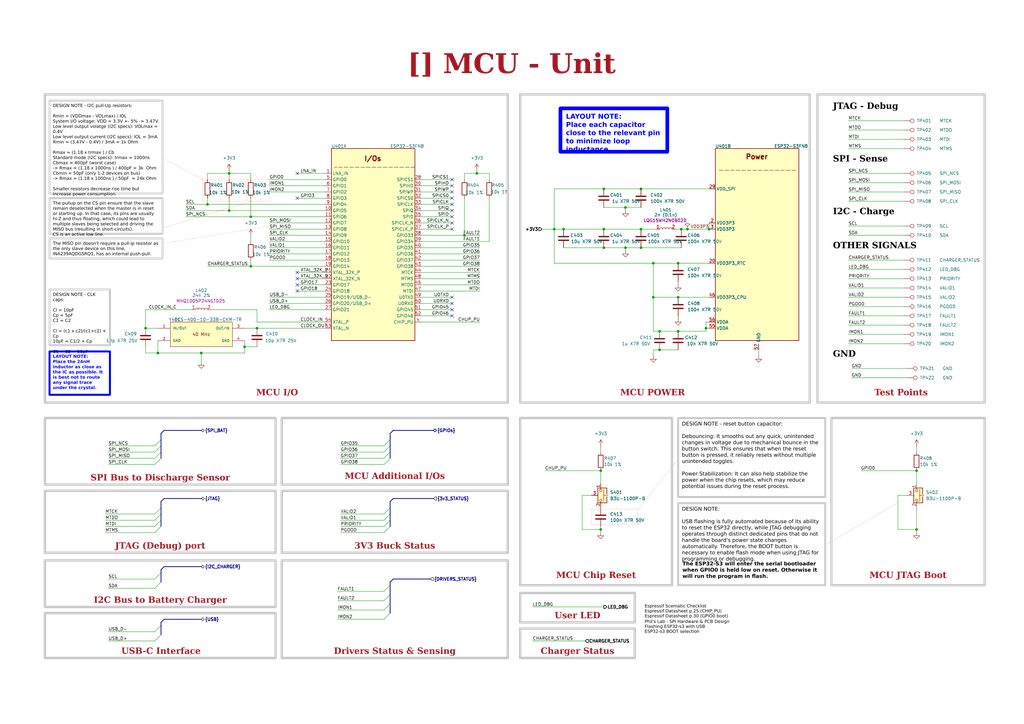
<source format=kicad_sch>
(kicad_sch (version 20231120) (generator "eeschema") (generator_version "8.0")
  (paper "A3")
  (title_block (title "MCU - Unit") (date "Last Modified Date") (rev "${REVISION}") (company "${COMPANY}"))
  (bus_alias "3v3_STATUS" (members "PRIORITY" "VALID1" "VALID2" "PGOOD"))
  (bus_alias "GPIOs" (members "GPIO14" "GPIO21" "GPIO33" "GPIO34" "GPIO35" "GPIO36" "GPIO37" "GPIO38"))
  (bus_alias "I2C_CHARGER" (members "SCL" "SDA"))
  (bus_alias "JTAG" (members "MTCK" "MTDO" "MTDI" "MTMS"))
  (bus_alias "SPI_BAT" (members "SPI_NCS" "SPI_MOSI" "SPI_MISO" "SPI_CLK"))
  (bus_alias "USB" (members "USB_D-" "USB_D+"))
  (junction (at 246.38 193.04))
  (junction (at 190.5 96.52))
  (junction (at 102.87 109.22))
  (junction (at 247.65 77.47))
  (junction (at 270.51 143.51))
  (junction (at 256.54 85.09))
  (junction (at 375.92 217.17))
  (junction (at 59.69 134.62))
  (junction (at 262.89 77.47))
  (junction (at 246.38 217.17))
  (junction (at 289.56 134.62))
  (junction (at 85.09 83.82))
  (junction (at 256.54 101.6))
  (junction (at 100.33 142.24))
  (junction (at 281.94 93.98))
  (junction (at 267.97 107.95))
  (junction (at 231.14 93.98))
  (junction (at 195.58 71.12))
  (junction (at 279.4 93.98))
  (junction (at 262.89 93.98))
  (junction (at 227.33 93.98))
  (junction (at 102.87 88.9))
  (junction (at 247.65 93.98))
  (junction (at 262.89 101.6))
  (junction (at 82.55 144.78))
  (junction (at 278.13 135.89))
  (junction (at 93.98 71.12))
  (junction (at 247.65 101.6))
  (junction (at 290.83 93.98))
  (junction (at 278.13 107.95))
  (junction (at 105.41 134.62))
  (junction (at 93.98 86.36))
  (junction (at 267.97 121.92))
  (junction (at 278.13 121.92))
  (junction (at 64.77 144.78))
  (junction (at 270.51 135.89))
  (junction (at 375.92 193.04))
  (no_connect (at 185.42 73.66))
  (no_connect (at 121.92 116.84))
  (no_connect (at 185.42 83.82))
  (no_connect (at 185.42 76.2))
  (no_connect (at 185.42 124.46))
  (no_connect (at 121.92 81.28))
  (no_connect (at 185.42 86.36))
  (no_connect (at 121.92 114.3))
  (no_connect (at 121.92 71.12))
  (no_connect (at 185.42 88.9))
  (no_connect (at 121.92 119.38))
  (no_connect (at 185.42 121.92))
  (no_connect (at 121.92 111.76))
  (no_connect (at 185.42 81.28))
  (no_connect (at 185.42 129.54))
  (no_connect (at 185.42 93.98))
  (no_connect (at 185.42 91.44))
  (no_connect (at 185.42 127))
  (no_connect (at 185.42 78.74))
  (bus_entry (at 160.02 180.34) (size -2.54 2.54))
  (bus_entry (at 160.02 187.96) (size -2.54 2.54))
  (bus_entry (at 66.04 182.88) (size -2.54 2.54))
  (bus_entry (at 66.04 187.96) (size -2.54 2.54))
  (bus_entry (at 160.02 215.9) (size -2.54 2.54))
  (bus_entry (at 66.04 238.76) (size -2.54 2.54))
  (bus_entry (at 66.04 260.35) (size -2.54 2.54))
  (bus_entry (at 66.04 213.36) (size -2.54 2.54))
  (bus_entry (at 160.02 213.36) (size -2.54 2.54))
  (bus_entry (at 160.02 247.65) (size -2.54 2.54))
  (bus_entry (at 160.02 208.28) (size -2.54 2.54))
  (bus_entry (at 160.02 251.46) (size -2.54 2.54))
  (bus_entry (at 160.02 182.88) (size -2.54 2.54))
  (bus_entry (at 66.04 185.42) (size -2.54 2.54))
  (bus_entry (at 160.02 185.42) (size -2.54 2.54))
  (bus_entry (at 66.04 180.34) (size -2.54 2.54))
  (bus_entry (at 160.02 210.82) (size -2.54 2.54))
  (bus_entry (at 66.04 234.95) (size -2.54 2.54))
  (bus_entry (at 66.04 256.54) (size -2.54 2.54))
  (bus_entry (at 160.02 240.03) (size -2.54 2.54))
  (bus_entry (at 66.04 208.28) (size -2.54 2.54))
  (bus_entry (at 66.04 215.9) (size -2.54 2.54))
  (bus_entry (at 66.04 210.82) (size -2.54 2.54))
  (bus_entry (at 160.02 243.84) (size -2.54 2.54))
  (wire (pts (xy 267.97 121.92) (xy 278.13 121.92)))
  (wire (pts (xy 110.49 99.06) (xy 133.35 99.06)))
  (wire (pts (xy 190.5 96.52) (xy 196.85 96.52)))
  (wire (pts (xy 172.72 119.38) (xy 196.85 119.38)))
  (wire (pts (xy 82.55 144.78) (xy 100.33 144.78)))
  (bus (pts (xy 160.02 210.82) (xy 160.02 213.36)))
  (wire (pts (xy 172.72 78.74) (xy 185.42 78.74)))
  (wire (pts (xy 110.49 91.44) (xy 133.35 91.44)))
  (wire (pts (xy 105.41 132.08) (xy 133.35 132.08)))
  (wire (pts (xy 121.92 116.84) (xy 133.35 116.84)))
  (bus (pts (xy 161.29 204.47) (xy 160.02 205.74)))
  (bus (pts (xy 66.04 233.68) (xy 67.31 232.41)))
  (wire (pts (xy 85.09 71.12) (xy 93.98 71.12)))
  (wire (pts (xy 172.72 76.2) (xy 185.42 76.2)))
  (wire (pts (xy 256.54 85.09) (xy 262.89 85.09)))
  (wire (pts (xy 138.43 246.38) (xy 157.48 246.38)))
  (wire (pts (xy 231.14 93.98) (xy 247.65 93.98)))
  (wire (pts (xy 172.72 101.6) (xy 196.85 101.6)))
  (wire (pts (xy 349.25 151.13) (xy 372.11 151.13)))
  (wire (pts (xy 347.98 106.68) (xy 370.84 106.68)))
  (wire (pts (xy 59.69 127) (xy 78.74 127)))
  (wire (pts (xy 157.48 190.5) (xy 139.7 190.5)))
  (wire (pts (xy 347.98 96.52) (xy 370.84 96.52)))
  (wire (pts (xy 139.7 215.9) (xy 157.48 215.9)))
  (wire (pts (xy 347.98 137.16) (xy 370.84 137.16)))
  (wire (pts (xy 100.33 134.62) (xy 105.41 134.62)))
  (wire (pts (xy 82.55 144.78) (xy 64.77 144.78)))
  (wire (pts (xy 278.13 116.84) (xy 278.13 115.57)))
  (wire (pts (xy 289.56 132.08) (xy 289.56 134.62)))
  (wire (pts (xy 121.92 71.12) (xy 133.35 71.12)))
  (wire (pts (xy 102.87 81.28) (xy 102.87 88.9)))
  (wire (pts (xy 368.3 203.2) (xy 372.11 203.2)))
  (wire (pts (xy 347.98 78.74) (xy 370.84 78.74)))
  (wire (pts (xy 256.54 85.09) (xy 256.54 86.36)))
  (bus (pts (xy 67.31 176.53) (xy 82.55 176.53)))
  (wire (pts (xy 76.2 86.36) (xy 93.98 86.36)))
  (wire (pts (xy 110.49 73.66) (xy 133.35 73.66)))
  (wire (pts (xy 121.92 119.38) (xy 133.35 119.38)))
  (wire (pts (xy 347.98 82.55) (xy 370.84 82.55)))
  (wire (pts (xy 278.13 130.81) (xy 278.13 129.54)))
  (wire (pts (xy 195.58 71.12) (xy 200.66 71.12)))
  (bus (pts (xy 160.02 205.74) (xy 160.02 208.28)))
  (wire (pts (xy 110.49 124.46) (xy 133.35 124.46)))
  (bus (pts (xy 66.04 256.54) (xy 66.04 260.35)))
  (wire (pts (xy 347.98 49.53) (xy 370.84 49.53)))
  (bus (pts (xy 160.02 213.36) (xy 160.02 215.9)))
  (wire (pts (xy 110.49 101.6) (xy 133.35 101.6)))
  (wire (pts (xy 218.44 262.89) (xy 240.03 262.89)))
  (wire (pts (xy 44.45 185.42) (xy 63.5 185.42)))
  (wire (pts (xy 267.97 121.92) (xy 267.97 135.89)))
  (wire (pts (xy 222.25 93.98) (xy 227.33 93.98)))
  (wire (pts (xy 347.98 53.34) (xy 370.84 53.34)))
  (bus (pts (xy 66.04 177.8) (xy 66.04 180.34)))
  (bus (pts (xy 66.04 255.27) (xy 66.04 256.54)))
  (wire (pts (xy 85.09 83.82) (xy 133.35 83.82)))
  (wire (pts (xy 200.66 81.28) (xy 200.66 99.06)))
  (wire (pts (xy 238.76 203.2) (xy 238.76 217.17)))
  (wire (pts (xy 43.18 210.82) (xy 63.5 210.82)))
  (wire (pts (xy 172.72 83.82) (xy 185.42 83.82)))
  (wire (pts (xy 139.7 210.82) (xy 157.48 210.82)))
  (wire (pts (xy 43.18 218.44) (xy 63.5 218.44)))
  (wire (pts (xy 44.45 237.49) (xy 63.5 237.49)))
  (wire (pts (xy 157.48 187.96) (xy 139.7 187.96)))
  (bus (pts (xy 160.02 243.84) (xy 160.02 247.65)))
  (wire (pts (xy 110.49 127) (xy 133.35 127)))
  (bus (pts (xy 66.04 205.74) (xy 66.04 208.28)))
  (wire (pts (xy 289.56 132.08) (xy 290.83 132.08)))
  (wire (pts (xy 43.18 215.9) (xy 63.5 215.9)))
  (wire (pts (xy 267.97 107.95) (xy 278.13 107.95)))
  (wire (pts (xy 267.97 143.51) (xy 270.51 143.51)))
  (bus (pts (xy 161.29 204.47) (xy 177.8 204.47)))
  (wire (pts (xy 105.41 134.62) (xy 133.35 134.62)))
  (polyline (pts (xy 102.87 82.55) (xy 67.31 93.345)) (stroke (width 0) (type dot) (color 255 0 0 1)))
  (wire (pts (xy 93.98 81.28) (xy 93.98 86.36)))
  (wire (pts (xy 267.97 135.89) (xy 270.51 135.89)))
  (wire (pts (xy 44.45 259.08) (xy 63.5 259.08)))
  (wire (pts (xy 347.98 133.35) (xy 370.84 133.35)))
  (wire (pts (xy 44.45 241.3) (xy 63.5 241.3)))
  (wire (pts (xy 102.87 96.52) (xy 102.87 99.06)))
  (wire (pts (xy 172.72 99.06) (xy 200.66 99.06)))
  (wire (pts (xy 172.72 109.22) (xy 196.85 109.22)))
  (wire (pts (xy 93.98 69.85) (xy 93.98 71.12)))
  (wire (pts (xy 110.49 104.14) (xy 133.35 104.14)))
  (wire (pts (xy 347.98 114.3) (xy 370.84 114.3)))
  (wire (pts (xy 93.98 71.12) (xy 102.87 71.12)))
  (bus (pts (xy 82.55 254) (xy 67.31 254)))
  (bus (pts (xy 66.04 234.95) (xy 66.04 238.76)))
  (wire (pts (xy 246.38 215.9) (xy 246.38 217.17)))
  (bus (pts (xy 177.8 176.53) (xy 161.29 176.53)))
  (wire (pts (xy 100.33 139.7) (xy 100.33 142.24)))
  (wire (pts (xy 172.72 121.92) (xy 185.42 121.92)))
  (wire (pts (xy 100.33 142.24) (xy 100.33 144.78)))
  (bus (pts (xy 67.31 204.47) (xy 82.55 204.47)))
  (wire (pts (xy 110.49 76.2) (xy 133.35 76.2)))
  (wire (pts (xy 290.83 93.98) (xy 290.83 91.44)))
  (wire (pts (xy 262.89 101.6) (xy 279.4 101.6)))
  (wire (pts (xy 347.98 118.11) (xy 370.84 118.11)))
  (bus (pts (xy 66.04 210.82) (xy 66.04 213.36)))
  (wire (pts (xy 278.13 135.89) (xy 289.56 135.89)))
  (bus (pts (xy 66.04 208.28) (xy 66.04 210.82)))
  (bus (pts (xy 160.02 185.42) (xy 160.02 187.96)))
  (wire (pts (xy 246.38 217.17) (xy 246.38 218.44)))
  (wire (pts (xy 227.33 93.98) (xy 227.33 107.95)))
  (wire (pts (xy 347.98 57.15) (xy 370.84 57.15)))
  (wire (pts (xy 172.72 127) (xy 185.42 127)))
  (wire (pts (xy 100.33 142.24) (xy 105.41 142.24)))
  (wire (pts (xy 172.72 129.54) (xy 185.42 129.54)))
  (wire (pts (xy 110.49 96.52) (xy 133.35 96.52)))
  (wire (pts (xy 247.65 93.98) (xy 262.89 93.98)))
  (wire (pts (xy 347.98 71.12) (xy 370.84 71.12)))
  (bus (pts (xy 160.02 238.76) (xy 161.29 237.49)))
  (wire (pts (xy 270.51 135.89) (xy 278.13 135.89)))
  (wire (pts (xy 59.69 127) (xy 59.69 134.62)))
  (wire (pts (xy 102.87 88.9) (xy 133.35 88.9)))
  (wire (pts (xy 270.51 143.51) (xy 278.13 143.51)))
  (wire (pts (xy 353.06 193.04) (xy 375.92 193.04)))
  (wire (pts (xy 139.7 218.44) (xy 157.48 218.44)))
  (wire (pts (xy 172.72 114.3) (xy 196.85 114.3)))
  (wire (pts (xy 172.72 86.36) (xy 185.42 86.36)))
  (bus (pts (xy 66.04 213.36) (xy 66.04 215.9)))
  (wire (pts (xy 110.49 106.68) (xy 133.35 106.68)))
  (wire (pts (xy 347.98 60.96) (xy 370.84 60.96)))
  (wire (pts (xy 172.72 88.9) (xy 185.42 88.9)))
  (wire (pts (xy 138.43 242.57) (xy 157.48 242.57)))
  (wire (pts (xy 289.56 134.62) (xy 290.83 134.62)))
  (bus (pts (xy 160.02 208.28) (xy 160.02 210.82)))
  (wire (pts (xy 121.92 81.28) (xy 133.35 81.28)))
  (wire (pts (xy 172.72 104.14) (xy 196.85 104.14)))
  (bus (pts (xy 82.55 232.41) (xy 67.31 232.41)))
  (wire (pts (xy 347.98 140.97) (xy 370.84 140.97)))
  (bus (pts (xy 160.02 247.65) (xy 160.02 251.46)))
  (wire (pts (xy 190.5 81.28) (xy 190.5 96.52)))
  (bus (pts (xy 160.02 238.76) (xy 160.02 240.03)))
  (wire (pts (xy 172.72 81.28) (xy 185.42 81.28)))
  (wire (pts (xy 227.33 93.98) (xy 231.14 93.98)))
  (wire (pts (xy 172.72 96.52) (xy 190.5 96.52)))
  (wire (pts (xy 218.44 248.92) (xy 247.65 248.92)))
  (wire (pts (xy 347.98 110.49) (xy 370.84 110.49)))
  (wire (pts (xy 262.89 77.47) (xy 290.83 77.47)))
  (wire (pts (xy 172.72 124.46) (xy 185.42 124.46)))
  (wire (pts (xy 247.65 77.47) (xy 262.89 77.47)))
  (wire (pts (xy 375.92 193.04) (xy 375.92 198.12)))
  (bus (pts (xy 66.04 185.42) (xy 66.04 182.88)))
  (wire (pts (xy 110.49 121.92) (xy 133.35 121.92)))
  (wire (pts (xy 347.98 121.92) (xy 370.84 121.92)))
  (wire (pts (xy 64.77 139.7) (xy 64.77 144.78)))
  (bus (pts (xy 66.04 187.96) (xy 66.04 185.42)))
  (wire (pts (xy 105.41 127) (xy 105.41 132.08)))
  (wire (pts (xy 172.72 93.98) (xy 185.42 93.98)))
  (wire (pts (xy 190.5 71.12) (xy 195.58 71.12)))
  (wire (pts (xy 172.72 106.68) (xy 196.85 106.68)))
  (wire (pts (xy 157.48 182.88) (xy 139.7 182.88)))
  (wire (pts (xy 195.58 69.85) (xy 195.58 71.12)))
  (wire (pts (xy 43.18 213.36) (xy 63.5 213.36)))
  (wire (pts (xy 347.98 129.54) (xy 370.84 129.54)))
  (bus (pts (xy 160.02 177.8) (xy 160.02 180.34)))
  (wire (pts (xy 368.3 203.2) (xy 368.3 217.17)))
  (wire (pts (xy 59.69 144.78) (xy 59.69 142.24)))
  (wire (pts (xy 267.97 143.51) (xy 267.97 146.05)))
  (wire (pts (xy 347.98 92.71) (xy 370.84 92.71)))
  (bus (pts (xy 160.02 182.88) (xy 160.02 185.42)))
  (wire (pts (xy 172.72 111.76) (xy 196.85 111.76)))
  (wire (pts (xy 85.09 81.28) (xy 85.09 83.82)))
  (wire (pts (xy 247.65 85.09) (xy 256.54 85.09)))
  (polyline (pts (xy 83.185 73.66) (xy 66.675 64.77)) (stroke (width 0) (type dot) (color 255 0 0 1)))
  (wire (pts (xy 121.92 111.76) (xy 133.35 111.76)))
  (wire (pts (xy 85.09 109.22) (xy 102.87 109.22)))
  (wire (pts (xy 76.2 83.82) (xy 85.09 83.82)))
  (wire (pts (xy 102.87 71.12) (xy 102.87 73.66)))
  (wire (pts (xy 190.5 71.12) (xy 190.5 73.66)))
  (wire (pts (xy 110.49 93.98) (xy 133.35 93.98)))
  (wire (pts (xy 93.98 86.36) (xy 133.35 86.36)))
  (wire (pts (xy 347.98 125.73) (xy 370.84 125.73)))
  (wire (pts (xy 267.97 107.95) (xy 267.97 121.92)))
  (wire (pts (xy 102.87 109.22) (xy 133.35 109.22)))
  (polyline (pts (xy 277.495 189.23) (xy 261.62 208.915)) (stroke (width 0) (type dot) (color 255 0 0 1)))
  (polyline (pts (xy 110.49 92.71) (xy 67.945 99.695)) (stroke (width 0) (type dot) (color 255 0 0 1)))
  (wire (pts (xy 44.45 182.88) (xy 63.5 182.88)))
  (wire (pts (xy 172.72 132.08) (xy 196.85 132.08)))
  (wire (pts (xy 121.92 114.3) (xy 133.35 114.3)))
  (wire (pts (xy 138.43 254) (xy 157.48 254)))
  (wire (pts (xy 172.72 116.84) (xy 196.85 116.84)))
  (wire (pts (xy 227.33 107.95) (xy 267.97 107.95)))
  (bus (pts (xy 66.04 255.27) (xy 67.31 254)))
  (wire (pts (xy 44.45 190.5) (xy 63.5 190.5)))
  (wire (pts (xy 375.92 217.17) (xy 375.92 218.44)))
  (wire (pts (xy 349.25 154.94) (xy 372.11 154.94)))
  (wire (pts (xy 368.3 217.17) (xy 375.92 217.17)))
  (wire (pts (xy 269.24 93.98) (xy 262.89 93.98)))
  (wire (pts (xy 375.92 182.88) (xy 375.92 185.42)))
  (wire (pts (xy 85.09 71.12) (xy 85.09 73.66)))
  (wire (pts (xy 227.33 77.47) (xy 227.33 93.98)))
  (polyline (pts (xy 370.205 205.105) (xy 338.455 223.52)) (stroke (width 0) (type dot) (color 255 0 0 1)))
  (bus (pts (xy 66.04 182.88) (xy 66.04 180.34)))
  (bus (pts (xy 160.02 240.03) (xy 160.02 243.84)))
  (wire (pts (xy 44.45 262.89) (xy 63.5 262.89)))
  (wire (pts (xy 172.72 91.44) (xy 185.42 91.44)))
  (wire (pts (xy 138.43 250.19) (xy 157.48 250.19)))
  (wire (pts (xy 281.94 93.98) (xy 290.83 93.98)))
  (wire (pts (xy 76.2 88.9) (xy 102.87 88.9)))
  (wire (pts (xy 278.13 107.95) (xy 290.83 107.95)))
  (wire (pts (xy 223.52 193.04) (xy 246.38 193.04)))
  (bus (pts (xy 66.04 233.68) (xy 66.04 234.95)))
  (wire (pts (xy 59.69 144.78) (xy 64.77 144.78)))
  (wire (pts (xy 157.48 185.42) (xy 139.7 185.42)))
  (bus (pts (xy 160.02 180.34) (xy 160.02 182.88)))
  (wire (pts (xy 276.86 93.98) (xy 279.4 93.98)))
  (bus (pts (xy 160.02 177.8) (xy 161.29 176.53)))
  (wire (pts (xy 59.69 134.62) (xy 64.77 134.62)))
  (wire (pts (xy 289.56 134.62) (xy 289.56 135.89)))
  (wire (pts (xy 200.66 71.12) (xy 200.66 73.66)))
  (bus (pts (xy 176.53 237.49) (xy 161.29 237.49)))
  (wire (pts (xy 110.49 78.74) (xy 133.35 78.74)))
  (wire (pts (xy 256.54 101.6) (xy 262.89 101.6)))
  (wire (pts (xy 247.65 101.6) (xy 231.14 101.6)))
  (wire (pts (xy 227.33 77.47) (xy 247.65 77.47)))
  (wire (pts (xy 256.54 101.6) (xy 256.54 102.87)))
  (wire (pts (xy 172.72 73.66) (xy 185.42 73.66)))
  (wire (pts (xy 238.76 217.17) (xy 246.38 217.17)))
  (bus (pts (xy 66.04 205.74) (xy 67.31 204.47)))
  (wire (pts (xy 139.7 213.36) (xy 157.48 213.36)))
  (wire (pts (xy 279.4 93.98) (xy 281.94 93.98)))
  (wire (pts (xy 246.38 193.04) (xy 246.38 198.12)))
  (wire (pts (xy 82.55 144.78) (xy 82.55 148.59)))
  (wire (pts (xy 44.45 187.96) (xy 63.5 187.96)))
  (wire (pts (xy 93.98 71.12) (xy 93.98 73.66)))
  (wire (pts (xy 278.13 121.92) (xy 290.83 121.92)))
  (wire (pts (xy 246.38 182.88) (xy 246.38 185.42)))
  (wire (pts (xy 102.87 106.68) (xy 102.87 109.22)))
  (wire (pts (xy 238.76 203.2) (xy 242.57 203.2)))
  (wire (pts (xy 86.36 127) (xy 105.41 127)))
  (wire (pts (xy 375.92 208.28) (xy 375.92 217.17)))
  (wire (pts (xy 311.15 146.05) (xy 311.15 143.51)))
  (wire (pts (xy 347.98 74.93) (xy 370.84 74.93)))
  (bus (pts (xy 67.31 176.53) (xy 66.04 177.8)))
  (wire (pts (xy 247.65 101.6) (xy 256.54 101.6)))
  (rectangle (start 18.415 229.87) (end 113.03 248.92) (stroke (width 1) (color 200 200 200 1)))
  (rectangle (start 213.36 243.205) (end 260.35 255.27) (stroke (width 1) (color 200 200 200 1)))
  (rectangle (start 101.6 73.66) (end 110.49 82.55) (stroke (width 0) (type dot) (color 255 0 0 1)))
  (rectangle (start 18.415 251.46) (end 113.03 269.875) (stroke (width 1) (color 200 200 200 1)))
  (rectangle (start 18.415 201.295) (end 113.03 226.695) (stroke (width 1) (color 200 200 200 1)))
  (rectangle (start 335.28 38.735) (end 403.86 165.1) (stroke (width 1) (color 200 200 200 1)))
  (rectangle (start 115.57 229.87) (end 208.28 269.875) (stroke (width 1) (color 200 200 200 1)))
  (rectangle (start 213.36 257.81) (end 260.35 269.875) (stroke (width 1) (color 200 200 200 1)))
  (rectangle (start 115.57 171.45) (end 208.28 198.755) (stroke (width 1) (color 200 200 200 1)))
  (rectangle (start 18.415 171.45) (end 113.03 198.755) (stroke (width 1) (color 200 200 200 1)))
  (rectangle (start 213.36 38.735) (end 332.105 165.1) (stroke (width 1) (color 200 200 200 1)))
  (rectangle (start 83.185 73.66) (end 100.965 82.55) (stroke (width 0) (type dot) (color 255 0 0 1)))
  (rectangle (start 213.36 171.45) (end 275.59 240.03) (stroke (width 1) (color 200 200 200 1)))
  (rectangle (start 340.995 171.45) (end 403.86 240.03) (stroke (width 1) (color 200 200 200 1)))
  (rectangle (start 115.57 201.295) (end 208.28 226.695) (stroke (width 1) (color 200 200 200 1)))
  (rectangle (start 18.415 38.735) (end 208.28 165.1) (stroke (width 1) (color 200 200 200 1)))
  (rectangle (start 242.57 208.915) (end 261.62 215.265) (stroke (width 0) (type dot) (color 255 0 0 1)))
  (text_box "MCU Additional I/Os" (at 114.935 189.23 0) (size 93.98 9.525) (stroke (width -0.0001)) (effects (font (size 2.54 2.54) (thickness 0.508) (bold yes)) (justify bottom)))
  (text_box "MCU Chip Reset" (at 212.725 229.87 0) (size 63.5 9.525) (stroke (width -0.0001)) (effects (font (size 2.54 2.54) (thickness 0.508) (bold yes)) (justify bottom)))
  (text_box "SPI Bus to Discharge Sensor" (at 17.78 189.865 0) (size 95.885 9.525) (stroke (width -0.0001)) (effects (font (size 2.54 2.54) (thickness 0.508) (bold yes)) (justify bottom)))
  (text_box "GND" (at 339.725 139.065 0) (size 64.77 9.525) (stroke (width -0.0001)) (effects (font (size 2.54 2.54) (thickness 0.508) (bold yes)) (justify left bottom)))
  (text_box "Charger Status" (at 212.725 260.985 0) (size 48.26 9.525) (stroke (width -0.0001)) (effects (font (size 2.54 2.54) (thickness 0.508) (bold yes)) (justify bottom)))
  (text_box "The ESP32-S3 will enter the serial bootloader when GPIO0 is held low on reset. Otherwise it will run the program in flash." (at 278.765 229.235 0) (size 59.055 10.16) (stroke (width -0.0001) (color 200 200 200 1)) (effects (font (size 1.524 1.524) (thickness 0.3048) (bold yes)) (justify left top)))
  (text_box "JTAG (Debug) port" (at 17.78 217.805 0) (size 95.885 9.525) (stroke (width -0.0001)) (effects (font (size 2.54 2.54) (thickness 0.508) (bold yes)) (justify bottom)))
  (text_box "DESIGN NOTE - I2C pull-Up resistors:\n\nRmin = (VDDmax - VOLmax) / IOL\nSystem I/O voltage: VDD = 3.3V +- 5% -> 3.47V\nLow level output volatge (I2C specs): VOLmax = 0.4V\nLow level output current (I2C specs): IOL = 3mA\nRmin = (3.47V - 0.4V) / 3mA ≈ 1k Ohm\n\nRmax ≈ (1.18 x trmax ) / Cb\nStandard mode (I2C specs): trmax = 1000ns\nCbmax = 400pF (worst case)\n-> Rmax = (1.18 x 1000ns ) / 400pF ≈ 3k  Ohm \nCbmin = 50pF (only 1-2 devices on bus)\n-> Rmax = (1.18 x 1000ns ) / 50pF  ≈ 24k Ohm \n\nSmaller resistors decrease rise time but \nincrease power consumption.\n\n" (at 20.32 41.275 0) (size 46.355 38.1) (stroke (width 0.8) (color 200 200 200 1)) (effects (font (size 1.27 1.27)) (justify left top)))
  (text_box "User LED" (at 212.725 246.38 0) (size 48.26 9.525) (stroke (width -0.0001)) (effects (font (size 2.54 2.54) (thickness 0.508) (bold yes)) (justify bottom)))
  (text_box "[${#}] ${TITLE}" (at 10.16 20.32 0) (size 399.415 12.7) (stroke (width -0.0001)) (effects (font (size 8 8) (thickness 1.2) (bold yes))))
  (text_box "DESIGN NOTE - CLK caps:\n\nCl = 10pF\nCp = 5pF\nC1 = C2\n\nCl = (c1 x c2)/(c1+c2) + Cp\n10pF = C1/2 + Cp\n\nC1 = C2 = 10pF\n\n" (at 20.32 118.745 0) (size 24.765 22.86) (stroke (width 0.8) (color 200 200 200 1)) (effects (font (size 1.27 1.27)) (justify left top)))
  (text_box "Test Points" (at 334.645 154.94 0) (size 69.85 9.525) (stroke (width -0.0001)) (effects (font (size 2.54 2.54) (thickness 0.508) (bold yes)) (justify bottom)))
  (text_box "The pullup on the CS pin ensure that the slave remain deselected when the master is in reset or starting up. In that case, its pins are usually hi-Z and thus floating, which could lead to multiple slaves being selected and driving the MISO bus (resulting in short-circuits). \nCS is an active low line." (at 20.32 81.28 0) (size 46.355 14.605) (stroke (width 0.8) (color 200 200 200 1)) (effects (font (size 1.27 1.27)) (justify left top)))
  (text_box "SPI - Sense" (at 339.725 59.055 0) (size 64.77 9.525) (stroke (width -0.0001)) (effects (font (size 2.54 2.54) (thickness 0.508) (bold yes)) (justify left bottom)))
  (text_box "MCU JTAG Boot" (at 340.36 229.87 0) (size 64.135 9.525) (stroke (width -0.0001)) (effects (font (size 2.54 2.54) (thickness 0.508) (bold yes)) (justify bottom)))
  (text_box "JTAG - Debug" (at 339.725 37.465 0) (size 64.77 9.525) (stroke (width -0.0001)) (effects (font (size 2.54 2.54) (thickness 0.508) (bold yes)) (justify left bottom)))
  (text_box "I2C - Charge" (at 339.725 80.645 0) (size 64.77 9.525) (stroke (width -0.0001)) (effects (font (size 2.54 2.54) (thickness 0.508) (bold yes)) (justify left bottom)))
  (text_box "LAYOUT NOTE:\nPlace each capacitor close to the relevant pin\nto minimize loop inductance." (at 229.87 44.45 0) (size 43.815 17.78) (stroke (width 1.5) (color 0 0 255 1)) (effects (font (size 2 2) (thickness 0.4) (bold yes)) (justify left top)))
  (text_box "MCU I/O" (at 17.78 154.94 0) (size 191.77 9.525) (stroke (width -0.0001)) (effects (font (size 2.54 2.54) (thickness 0.508) (bold yes)) (justify bottom)))
  (text_box "I2C Bus to Battery Charger" (at 17.78 240.03 0) (size 95.885 9.525) (stroke (width -0.0001)) (effects (font (size 2.54 2.54) (thickness 0.508) (bold yes)) (justify bottom)))
  (text_box "USB-C Interface" (at 18.415 260.985 0) (size 95.25 9.525) (stroke (width -0.0001)) (effects (font (size 2.54 2.54) (thickness 0.508) (bold yes)) (justify bottom)))
  (text_box "LAYOUT NOTE:\nPlace the 24nH inductor as close as the IC as possible. It is best not to route any signal trace under the crystal." (at 20.32 144.145 0) (size 24.765 17.78) (stroke (width 0.8128) (color 0 0 255 1)) (effects (font (size 1.27 1.27) (thickness 0.4) (bold yes)) (justify left top)))
  (text_box "The MISO pin doesn't require a pull-ip resistor as the only slave device on this line, INA239AQDGSRQ1, has an internal push-pull." (at 20.32 97.79 0) (size 46.355 8.255) (stroke (width 0.8) (color 200 200 200 1)) (effects (font (size 1.27 1.27)) (justify left top)))
  (text_box "MCU POWER" (at 207.645 154.94 0) (size 120.015 9.525) (stroke (width -0.0001)) (effects (font (size 2.54 2.54) (thickness 0.508) (bold yes)) (justify bottom)))
  (text_box "3V3 Buck Status" (at 114.935 217.805 0) (size 93.98 9.525) (stroke (width -0.0001)) (effects (font (size 2.54 2.54) (thickness 0.508) (bold yes)) (justify bottom)))
  (text_box "OTHER SIGNALS" (at 339.725 94.615 0) (size 64.77 9.525) (stroke (width -0.0001)) (effects (font (size 2.54 2.54) (thickness 0.508) (bold yes)) (justify left bottom)))
  (text_box "Drivers Status & Sensing" (at 114.935 262.89 0) (size 93.98 7.62) (stroke (width -0.0001)) (effects (font (size 2.54 2.54) (thickness 0.508) (bold yes)) (justify bottom)))
  (text_box "DESIGN NOTE:\n\nUSB flashing is fully automated because of its ability to reset the ESP32 directly, while JTAG debugging operates through distinct dedicated pins that do not handle the board's power state changes automatically. Therefore, the BOOT button is necessary to enable flash mode when using JTAG for programming or debugging." (at 278.13 206.375 0) (size 60.325 33.655) (stroke (width 0.8) (color 200 200 200 1)) (effects (font (size 1.524 1.524)) (justify left top)))
  (text_box "DESIGN NOTE - reset button capacitor:\n\nDebouncing: It smooths out any quick, unintended changes in voltage due to mechanical bounce in the button switch. This ensures that when the reset button is pressed, it reliably resets without multiple unintended toggles.\n\nPower Stabilization: It can also help stabilize the power when the chip resets, which may reduce potential issues during the reset process." (at 278.13 171.45 0) (size 60.325 32.385) (stroke (width 0.8128) (color 200 200 200 1)) (effects (font (size 1.524 1.524)) (justify left top)))
  (text "Espressif Datasheet p.25 (CHIP_PU)" (at 264.414 251.968 0) (effects (font (size 1.27 1.27)) (justify left bottom)))
  (text "Flashing ESP32-s3 with USB" (at 264.414 258.318 0) (effects (font (size 1.27 1.27)) (justify left bottom)))
  (text "Phil's Lab - SPI Hardware & PCB Design" (at 264.414 256.286 0) (effects (font (size 1.27 1.27)) (justify left bottom)))
  (text "Espressif Datasheet p.30 (GPIO0 boot)" (at 264.414 254 0) (effects (font (size 1.27 1.27)) (justify left bottom)))
  (text "ESP32-s3 BOOT selection" (at 264.414 260.35 0) (effects (font (size 1.27 1.27)) (justify left bottom)))
  (text "Espressif Scematic Checklist" (at 264.414 249.936 0) (effects (font (size 1.27 1.27)) (justify left bottom)))
  (label "SPICS1" (at 184.15 73.66 180) (effects (font (thickness 0.1588))))
  (label "GPIO36" (at 196.85 104.14 180))
  (label "CHARGER_STATUS" (at 85.09 109.22 0) (effects (font (thickness 0.1588))))
  (label "FAULT1" (at 196.85 99.06 180))
  (label "IMON2" (at 347.98 140.97 0))
  (label "PRIORITY" (at 347.98 114.3 0))
  (label "VALID1" (at 110.49 101.6 0))
  (label "CLOCK_OUT" (at 123.19 134.62 0))
  (label "MTCK" (at 196.85 111.76 180))
  (label "LED_DBG" (at 218.44 248.92 0) (effects (font (thickness 0.1588))))
  (label "USB_D+" (at 44.45 262.89 0))
  (label "FAULT2" (at 347.98 133.35 0))
  (label "SPI_CLK" (at 44.45 190.5 0) (effects (font (thickness 0.1588))))
  (label "LNA_IN" (at 123.19 71.12 0))
  (label "SPI_NCS" (at 76.2 88.9 0) (effects (font (thickness 0.1588))))
  (label "GPIO35" (at 196.85 101.6 180))
  (label "PGOOD" (at 347.98 125.73 0))
  (label "GPIO38" (at 196.85 109.22 180))
  (label "IMON1" (at 347.98 137.16 0))
  (label "U0TXD" (at 184.15 121.92 180))
  (label "SPIWP" (at 184.15 78.74 180) (effects (font (thickness 0.1588))))
  (label "CHUP_PU" (at 223.52 193.04 0))
  (label "U0RXD" (at 184.15 124.46 180))
  (label "SPIQ" (at 184.15 86.36 180))
  (label "SCL" (at 44.45 237.49 0) (effects (font (thickness 0.1588))))
  (label "SPI_MISO" (at 347.98 78.74 0) (effects (font (thickness 0.1588))))
  (label "VALID1" (at 139.7 213.36 0))
  (label "SPID" (at 184.15 88.9 180))
  (label "SPICLK" (at 184.15 83.82 180))
  (label "FAULT2" (at 196.85 96.52 180))
  (label "USB_D+" (at 110.49 124.46 0))
  (label "XTAL_32K_P" (at 123.19 111.76 0))
  (label "LED_DBG" (at 110.49 127 0) (effects (font (thickness 0.1588))))
  (label "SDA" (at 76.2 86.36 0))
  (label "MTDO" (at 43.18 213.36 0))
  (label "GPIO18" (at 123.19 119.38 0))
  (label "MTMS" (at 347.98 60.96 0))
  (label "SPICLK_P" (at 184.15 93.98 180))
  (label "USB_D-" (at 44.45 259.08 0) (effects (font (thickness 0.1588))))
  (label "SPICLK_N" (at 184.15 91.44 180))
  (label "IMON1" (at 138.43 250.19 0) (effects (font (thickness 0.1588))))
  (label "CLOCK_IN" (at 123.19 132.08 0))
  (label "PGOOD" (at 139.7 218.44 0))
  (label "SDA" (at 347.98 96.52 0))
  (label "SPI_NCS" (at 44.45 182.88 0) (effects (font (thickness 0.1588))))
  (label "SCL" (at 347.98 92.71 0))
  (label "GPIO35" (at 139.7 182.88 0))
  (label "GPIO36" (at 139.7 185.42 0))
  (label "VALID2" (at 110.49 99.06 0))
  (label "GPIO0" (at 110.49 73.66 0))
  (label "MTCK" (at 43.18 210.82 0))
  (label "SPI_MISO" (at 110.49 93.98 0) (effects (font (thickness 0.1588))))
  (label "GPIO37" (at 196.85 106.68 180))
  (label "GPIO46" (at 184.15 129.54 180))
  (label "XTAL_32K_N" (at 123.19 114.3 0))
  (label "SPI_NCS" (at 347.98 71.12 0) (effects (font (thickness 0.1588))))
  (label "VDD3P3" (at 283.21 93.98 0) (property "Netclass" "Power 3V3" (effects (hide yes))))
  (label "IMON1" (at 110.49 76.2 0) (effects (font (thickness 0.1588))))
  (label "FAULT2" (at 138.43 246.38 0) (effects (font (thickness 0.1588))))
  (label "SPI_MISO" (at 44.45 187.96 0) (effects (font (thickness 0.1588))))
  (label "LED_DBG" (at 347.98 110.49 0))
  (label "GPIO3" (at 123.19 81.28 0))
  (label "IMON2" (at 110.49 78.74 0) (effects (font (thickness 0.1588))))
  (label "MTMS" (at 196.85 114.3 180))
  (label "MTDI" (at 196.85 119.38 180))
  (label "SDA" (at 44.45 241.3 0) (effects (font (thickness 0.1588))))
  (label "PRIORITY" (at 139.7 215.9 0))
  (label "FAULT1" (at 347.98 129.54 0))
  (label "PGOOD" (at 110.49 106.68 0))
  (label "SPI_CLK" (at 347.98 82.55 0) (effects (font (thickness 0.1588))))
  (label "GPIO45" (at 184.15 127 180))
  (label "SPIHD" (at 184.15 76.2 180) (effects (font (thickness 0.1588))))
  (label "SPI_MOSI" (at 110.49 91.44 0) (effects (font (thickness 0.1588))))
  (label "CHARGER_STATUS" (at 218.44 262.89 0) (effects (font (thickness 0.1588))))
  (label "CHUP_PU" (at 196.85 132.08 180))
  (label "CLOCK_IN_C" (at 60.96 127 0))
  (label "CHARGER_STATUS" (at 347.98 106.68 0) (effects (font (thickness 0.1588))))
  (label "FAULT1" (at 138.43 242.57 0) (effects (font (thickness 0.1588))))
  (label "MTDO" (at 347.98 53.34 0))
  (label "GPIO17" (at 123.19 116.84 0))
  (label "MTMS" (at 43.18 218.44 0))
  (label "MTDO" (at 196.85 116.84 180))
  (label "GPIO37" (at 139.7 187.96 0))
  (label "VALID1" (at 347.98 118.11 0))
  (label "GND" (at 349.25 151.13 0) (property "Netclass" "GND" (effects (hide yes))))
  (label "MTDI" (at 43.18 215.9 0))
  (label "SPI_CLK" (at 110.49 96.52 0) (effects (font (thickness 0.1588))))
  (label "MTDI" (at 347.98 57.15 0))
  (label "IMON2" (at 138.43 254 0) (effects (font (thickness 0.1588))))
  (label "SPI_MOSI" (at 347.98 74.93 0) (effects (font (thickness 0.1588))))
  (label "GND" (at 349.25 154.94 0) (property "Netclass" "GND" (effects (hide yes))))
  (label "VALID2" (at 347.98 121.92 0))
  (label "SCL" (at 76.2 83.82 0))
  (label "GPIO0" (at 353.06 193.04 0))
  (label "SPI_MOSI" (at 44.45 185.42 0) (effects (font (thickness 0.1588))))
  (label "SPICS0" (at 184.15 81.28 180))
  (label "MTCK" (at 347.98 49.53 0))
  (label "VALID2" (at 139.7 210.82 0))
  (label "PRIORITY" (at 110.49 104.14 0))
  (label "GPIO38" (at 139.7 190.5 0))
  (label "USB_D-" (at 110.49 121.92 0) (effects (font (thickness 0.1588))))
  (hierarchical_label "{3v3_STATUS}" (shape input) (at 177.8 204.47 0) (effects (font (thickness 0.254) (bold yes))))
  (hierarchical_label "{DRIVERS_STATUS}" (shape input) (at 176.53 237.49 0) (effects (font (thickness 0.254) (bold yes))))
  (hierarchical_label "+3V3" (shape input) (at 222.25 93.98 180) (effects (font (thickness 0.254) (bold yes))))
  (hierarchical_label "{GPIOs}" (shape bidirectional) (at 177.8 176.53 0) (effects (font (thickness 0.254) (bold yes))))
  (hierarchical_label "{SPI_BAT}" (shape bidirectional) (at 82.55 176.53 0) (effects (font (thickness 0.254) (bold yes))))
  (hierarchical_label "{JTAG}" (shape bidirectional) (at 82.55 204.47 0) (effects (font (thickness 0.254) (bold yes))))
  (hierarchical_label "LED_DBG" (shape output) (at 247.65 248.92 0) (effects (font (thickness 0.254) (bold yes))))
  (hierarchical_label "CHARGER_STATUS" (shape input) (at 240.03 262.89 0) (effects (font (bold yes))))
  (hierarchical_label "{USB}" (shape bidirectional) (at 82.55 254 0) (effects (font (thickness 0.254) (bold yes))))
  (hierarchical_label "{I2C_CHARGER}" (shape bidirectional) (at 82.55 232.41 0) (effects (font (thickness 0.254) (bold yes))))
  (symbol (lib_id "Connector:TestPoint") (at 370.84 106.68 270) (mirror x) (unit 1)
    (property "Reference" "TP411" (at 375.92 106.68 90) (effects (justify left)))
    (property "Value" "CHARGER_STATUS" (at 385.318 106.68 90) (effects (justify left)))
    (property "Footprint" "Charge_Manager_FP:TestPoint_Pad_D0.5mm_Front" (effects (hide yes)))
    (property "Description" "test point" (effects (hide yes)))
  )
  (symbol (lib_id "Device:C") (at 247.65 81.28 0) (unit 1)
    (property "Reference" "C401" (at 250.19 80.01 0) (effects (justify left)))
    (property "Value" "1u X7R 50V" (at 250.952 82.55 0) (effects (justify left)))
    (property "Footprint" "Capacitor_SMD:C_0603_1608Metric" (effects (hide yes)))
    (property "Datasheet" "https://www.mouser.ch/datasheet/2/447/UPY_GPHC_X7R_6_3V_to_250V_24-3441574.pdf" (effects (hide yes)))
    (property "Description" "Unpolarized capacitor" (effects (hide yes)))
    (property "Manufacturer Part Number" "CC0603KRX7R9BB105" (effects (hide yes)))
    (property "Supplier" "Mouser Electronics" (effects (hide yes)))
    (property "Manufacturer" "YAGEO" (effects (hide yes)))
    (property "Supplier Part Number" "603-CC603KRX7R9BB105" (effects (hide yes)))
  )
  (symbol (lib_id "Charge_Manager_SYM:LQP02HQ2N0B02E") (at 72.39 127 0) (unit 1)
    (property "Reference" "L402" (at 82.55 119.126 0))
    (property "Value" "24n 2%" (at 82.55 121.158 0))
    (property "Footprint" "Inductor_SMD:L_0402_1005Metric" (effects (hide yes)))
    (property "Datasheet" "https://product.tdk.com/system/files/dam/doc/product/inductor/inductor/smd/catalog/inductor_automotive_high-frequency_mhq1005p_en.pdf" (effects (hide yes)))
    (property "Description" "RF Inductors - SMD IND 0402 24nH S-HQ AEC Q200 RF IND" (effects (hide yes)))
    (property "Manufacturer Part Number" "MHQ1005P24NGTD25" (at 82.296 123.444 0))
    (property "Manufacturer" "TDK" (effects (hide yes)))
    (property "Supplier Part Number" "810-MHQ1005P24NGTD25" (effects (hide yes)))
    (property "Supplier" "Mouser Electronics" (effects (hide yes)))
  )
  (symbol (lib_name "B3U-1100P_1") (lib_id "Charge_Manager_SYM:B3U-1100P") (at 361.95 189.23 0) (unit 1)
    (property "Reference" "S402" (at 379.73 201.93 0) (effects (justify left)))
    (property "Value" "B3U-1100P-B" (at 379.73 204.47 0) (effects (justify left)))
    (property "Footprint" "Charge_Manager_FP:B3U1100PB" (effects (hide yes)))
    (property "Datasheet" "https://www.omron.com/ecb/products/pdf/en-b3u.pdf" (effects (hide yes)))
    (property "Description" "Switch Tact,ultra small,top act,grnd trm Button Tactile Switch, SPST-NO 0.05 A@ 12 V dc 0.4mm" (effects (hide yes)))
    (property "Manufacturer Part Number" "B3U-1100P-B" (effects (hide yes)))
    (property "Manufacturer" "Omron Electronics" (effects (hide yes)))
    (property "Supplier Part Number" "653-B3U-1100P-B" (effects (hide yes)))
    (property "Supplier" "Mouser Electronics" (effects (hide yes)))
  )
  (symbol (lib_id "Connector:TestPoint") (at 370.84 57.15 270) (mirror x) (unit 1)
    (property "Reference" "TP403" (at 375.92 57.15 90) (effects (justify left)))
    (property "Value" "MTDI" (at 385.318 57.15 90) (effects (justify left)))
    (property "Footprint" "Charge_Manager_FP:TestPoint_Pad_D0.5mm_Front" (effects (hide yes)))
    (property "Description" "test point" (effects (hide yes)))
  )
  (symbol (lib_name "ESP32-S3_1") (lib_id "MCU_Espressif:ESP32-S3") (at 135.89 139.7 0) (unit 1)
    (property "Reference" "U401" (at 135.89 59.944 0) (effects (justify left)))
    (property "Value" "ESP32-S3FN8" (at 160.02 59.944 0) (effects (justify left)))
    (property "Footprint" "Package_DFN_QFN:QFN-56-1EP_7x7mm_P0.4mm_EP4x4mm" (effects (hide yes)))
    (property "Datasheet" "https://www.espressif.com/sites/default/files/documentation/esp32-s3_datasheet_en.pdf" (effects (hide yes)))
    (property "Description" "Microcontroller, Wi-Fi 802.11b/g/n, Bluetooth, 32bit" (effects (hide yes)))
    (property "Manufacturer Part Number" "ESP32-S3FN8" (effects (hide yes)))
    (property "Manufacturer" "Espressif Systems" (effects (hide yes)))
    (property "Supplier Part Number" "356-ESP32-S3FN8" (effects (hide yes)))
    (property "Supplier" "Mouser Electronics" (effects (hide yes)))
  )
  (symbol (lib_id "power:GND") (at 278.13 130.81 0) (unit 1)
    (property "Reference" "#PWR0407" (effects (hide yes)))
    (property "Value" "GND" (effects (hide yes)))
    (property "Description" "Power symbol creates a global label with name \"GND\" , ground" (effects (hide yes)))
  )
  (symbol (lib_id "Connector:TestPoint") (at 370.84 92.71 270) (mirror x) (unit 1)
    (property "Reference" "TP409" (at 375.92 92.71 90) (effects (justify left)))
    (property "Value" "SCL" (at 385.318 92.71 90) (effects (justify left)))
    (property "Footprint" "Charge_Manager_FP:TestPoint_Pad_D0.5mm_Front" (effects (hide yes)))
    (property "Description" "test point" (effects (hide yes)))
  )
  (symbol (lib_id "Device:R") (at 375.92 189.23 0) (mirror y) (unit 1)
    (property "Reference" "R408" (at 377.19 187.96 0) (effects (justify right)))
    (property "Value" "10k 1%" (at 377.19 190.5 0) (effects (justify right)))
    (property "Footprint" "Resistor_SMD:R_0402_1005Metric" (effects (hide yes)))
    (property "Datasheet" "https://www.koaspeer.com/pdfs/SG73P.pdf" (effects (hide yes)))
    (property "Description" "Resistor" (effects (hide yes)))
    (property "Manufacturer Part Number" "SG73P1EWTTP1002F" (effects (hide yes)))
    (property "Supplier" "Mouser Electronics" (effects (hide yes)))
    (property "Manufacturer" "KOA Speer" (effects (hide yes)))
    (property "Supplier Part Number" "660-SG73P1EWTTP1002F" (effects (hide yes)))
  )
  (symbol (lib_id "Device:R") (at 85.09 77.47 0) (unit 1)
    (property "Reference" "R401" (at 88.9 75.946 0))
    (property "Value" "10k 1%" (at 89.408 78.994 0))
    (property "Footprint" "Resistor_SMD:R_0402_1005Metric" (effects (hide yes)))
    (property "Datasheet" "https://www.koaspeer.com/pdfs/SG73P.pdf" (effects (hide yes)))
    (property "Description" "Resistor" (effects (hide yes)))
    (property "Manufacturer Part Number" "SG73P1EWTTP1002F" (effects (hide yes)))
    (property "Supplier" "Mouser Electronics" (effects (hide yes)))
    (property "Manufacturer" "KOA Speer" (effects (hide yes)))
    (property "Supplier Part Number" "660-SG73P1EWTTP1002F" (effects (hide yes)))
  )
  (symbol (lib_id "Device:C") (at 262.89 81.28 0) (unit 1)
    (property "Reference" "C402" (at 266.7 80.01 0) (effects (justify left)))
    (property "Value" "100n X7R 50V" (at 266.7 82.55 0) (effects (justify left)))
    (property "Footprint" "Capacitor_SMD:C_0402_1005Metric" (effects (hide yes)))
    (property "Datasheet" "https://www.mouser.ch/datasheet/2/396/taiyo_yuden_12132018_mlcc11_hq_e-1510082.pdf" (effects (hide yes)))
    (property "Description" "Unpolarized capacitor" (effects (hide yes)))
    (property "Manufacturer Part Number" "UMK105B7104KVHF" (effects (hide yes)))
    (property "Supplier" "Mouser Electronics" (effects (hide yes)))
    (property "Manufacturer" "TAIYO YUDEN" (effects (hide yes)))
    (property "Supplier Part Number" "963-UMK105B7104KVHF" (effects (hide yes)))
  )
  (symbol (lib_id "power:+3V3") (at 375.92 182.88 0) (unit 1)
    (property "Reference" "#PWR0412" (effects (hide yes)))
    (property "Value" "+3V3" (at 375.92 177.8 0))
    (property "Description" "Power symbol creates a global label with name \"+3V3\"" (effects (hide yes)))
  )
  (symbol (lib_id "Connector:TestPoint") (at 370.84 60.96 270) (mirror x) (unit 1)
    (property "Reference" "TP404" (at 375.92 60.96 90) (effects (justify left)))
    (property "Value" "MTMS" (at 385.318 60.96 90) (effects (justify left)))
    (property "Footprint" "Charge_Manager_FP:TestPoint_Pad_D0.5mm_Front" (effects (hide yes)))
    (property "Description" "test point" (effects (hide yes)))
  )
  (symbol (lib_id "Device:C") (at 270.51 139.7 0) (mirror y) (unit 1)
    (property "Reference" "C411" (at 267.462 138.43 0) (effects (justify left)))
    (property "Value" "1u X7R 50V" (at 266.7 140.97 0) (effects (justify left)))
    (property "Footprint" "Capacitor_SMD:C_0603_1608Metric" (effects (hide yes)))
    (property "Datasheet" "https://www.mouser.ch/datasheet/2/447/UPY_GPHC_X7R_6_3V_to_250V_24-3441574.pdf" (effects (hide yes)))
    (property "Description" "Unpolarized capacitor" (effects (hide yes)))
    (property "Manufacturer Part Number" "CC0603KRX7R9BB105" (effects (hide yes)))
    (property "Supplier" "Mouser Electronics" (effects (hide yes)))
    (property "Manufacturer" "YAGEO" (effects (hide yes)))
    (property "Supplier Part Number" "603-CC603KRX7R9BB105" (effects (hide yes)))
  )
  (symbol (lib_id "Connector:TestPoint") (at 370.84 129.54 270) (mirror x) (unit 1)
    (property "Reference" "TP417" (at 375.92 129.54 90) (effects (justify left)))
    (property "Value" "FAULT1" (at 385.318 129.54 90) (effects (justify left)))
    (property "Footprint" "Charge_Manager_FP:TestPoint_Pad_D0.5mm_Front" (effects (hide yes)))
    (property "Description" "test point" (effects (hide yes)))
  )
  (symbol (lib_id "Device:C") (at 246.38 212.09 0) (unit 1)
    (property "Reference" "C413" (at 250.19 210.82 0) (effects (justify left)))
    (property "Value" "100n X7R 50V" (at 250.19 213.36 0) (effects (justify left)))
    (property "Footprint" "Capacitor_SMD:C_0402_1005Metric" (effects (hide yes)))
    (property "Datasheet" "https://www.mouser.ch/datasheet/2/396/taiyo_yuden_12132018_mlcc11_hq_e-1510082.pdf" (effects (hide yes)))
    (property "Description" "Unpolarized capacitor" (effects (hide yes)))
    (property "Manufacturer Part Number" "UMK105B7104KVHF" (effects (hide yes)))
    (property "Supplier" "Mouser Electronics" (effects (hide yes)))
    (property "Manufacturer" "TAIYO YUDEN" (effects (hide yes)))
    (property "Supplier Part Number" "963-UMK105B7104KVHF" (effects (hide yes)))
  )
  (symbol (lib_id "power:GND") (at 256.54 102.87 0) (unit 1)
    (property "Reference" "#PWR0405" (effects (hide yes)))
    (property "Value" "GND" (effects (hide yes)))
    (property "Description" "Power symbol creates a global label with name \"GND\" , ground" (effects (hide yes)))
  )
  (symbol (lib_id "power:GND") (at 246.38 218.44 0) (unit 1)
    (property "Reference" "#PWR0413" (effects (hide yes)))
    (property "Value" "GND" (effects (hide yes)))
    (property "Description" "Power symbol creates a global label with name \"GND\" , ground" (effects (hide yes)))
  )
  (symbol (lib_id "power:GND") (at 256.54 86.36 0) (unit 1)
    (property "Reference" "#PWR0403" (effects (hide yes)))
    (property "Value" "GND" (effects (hide yes)))
    (property "Description" "Power symbol creates a global label with name \"GND\" , ground" (effects (hide yes)))
  )
  (symbol (lib_id "Connector:TestPoint") (at 370.84 137.16 270) (mirror x) (unit 1)
    (property "Reference" "TP419" (at 375.92 137.16 90) (effects (justify left)))
    (property "Value" "IMON1" (at 385.318 137.16 90) (effects (justify left)))
    (property "Footprint" "Charge_Manager_FP:TestPoint_Pad_D0.5mm_Front" (effects (hide yes)))
    (property "Description" "test point" (effects (hide yes)))
  )
  (symbol (lib_id "Connector:TestPoint") (at 370.84 118.11 270) (mirror x) (unit 1)
    (property "Reference" "TP414" (at 375.92 118.11 90) (effects (justify left)))
    (property "Value" "VALID1" (at 385.318 118.11 90) (effects (justify left)))
    (property "Footprint" "Charge_Manager_FP:TestPoint_Pad_D0.5mm_Front" (effects (hide yes)))
    (property "Description" "test point" (effects (hide yes)))
  )
  (symbol (lib_id "Connector:TestPoint") (at 370.84 78.74 270) (mirror x) (unit 1)
    (property "Reference" "TP407" (at 375.92 78.74 90) (effects (justify left)))
    (property "Value" "SPI_MISO" (at 385.318 78.74 90) (effects (justify left)))
    (property "Footprint" "Charge_Manager_FP:TestPoint_Pad_D0.5mm_Front" (effects (hide yes)))
    (property "Description" "test point" (effects (hide yes)))
  )
  (symbol (lib_id "Connector:TestPoint") (at 370.84 74.93 270) (mirror x) (unit 1)
    (property "Reference" "TP406" (at 375.92 74.93 90) (effects (justify left)))
    (property "Value" "SPI_MOSI" (at 385.318 74.93 90) (effects (justify left)))
    (property "Footprint" "Charge_Manager_FP:TestPoint_Pad_D0.5mm_Front" (effects (hide yes)))
    (property "Description" "test point" (effects (hide yes)))
  )
  (symbol (lib_id "power:+3V3") (at 93.98 69.85 0) (unit 1)
    (property "Reference" "#PWR0401" (effects (hide yes)))
    (property "Value" "+3V3" (at 93.98 64.77 0))
    (property "Description" "Power symbol creates a global label with name \"+3V3\"" (effects (hide yes)))
  )
  (symbol (lib_id "Connector:TestPoint") (at 370.84 82.55 270) (mirror x) (unit 1)
    (property "Reference" "TP408" (at 375.92 82.55 90) (effects (justify left)))
    (property "Value" "SPI_CLK" (at 385.318 82.55 90) (effects (justify left)))
    (property "Footprint" "Charge_Manager_FP:TestPoint_Pad_D0.5mm_Front" (effects (hide yes)))
    (property "Description" "test point" (effects (hide yes)))
  )
  (symbol (lib_id "Connector:TestPoint") (at 370.84 96.52 270) (mirror x) (unit 1)
    (property "Reference" "TP410" (at 375.92 96.52 90) (effects (justify left)))
    (property "Value" "SDA" (at 385.318 96.52 90) (effects (justify left)))
    (property "Footprint" "Charge_Manager_FP:TestPoint_Pad_D0.5mm_Front" (effects (hide yes)))
    (property "Description" "test point" (effects (hide yes)))
  )
  (symbol (lib_id "Connector:TestPoint") (at 370.84 71.12 270) (mirror x) (unit 1)
    (property "Reference" "TP405" (at 375.92 71.12 90) (effects (justify left)))
    (property "Value" "SPI_NCS" (at 385.318 71.12 90) (effects (justify left)))
    (property "Footprint" "Charge_Manager_FP:TestPoint_Pad_D0.5mm_Front" (effects (hide yes)))
    (property "Description" "test point" (effects (hide yes)))
  )
  (symbol (lib_id "Device:C") (at 247.65 97.79 0) (unit 1)
    (property "Reference" "C404" (at 250.19 96.52 0) (effects (justify left)))
    (property "Value" "1u X7R 50V" (at 250.952 99.06 0) (effects (justify left)))
    (property "Footprint" "Capacitor_SMD:C_0603_1608Metric" (effects (hide yes)))
    (property "Datasheet" "https://www.mouser.ch/datasheet/2/447/UPY_GPHC_X7R_6_3V_to_250V_24-3441574.pdf" (effects (hide yes)))
    (property "Description" "Unpolarized capacitor" (effects (hide yes)))
    (property "Manufacturer Part Number" "CC0603KRX7R9BB105" (effects (hide yes)))
    (property "Supplier" "Mouser Electronics" (effects (hide yes)))
    (property "Manufacturer" "YAGEO" (effects (hide yes)))
    (property "Supplier Part Number" "603-CC603KRX7R9BB105" (effects (hide yes)))
  )
  (symbol (lib_id "power:PWR_FLAG") (at 281.94 93.98 0) (unit 1)
    (property "Reference" "#FLG0401" (effects (hide yes)))
    (property "Value" "PWR_FLAG" (effects (hide yes)))
    (property "Description" "Special symbol for telling ERC where power comes from" (effects (hide yes)))
  )
  (symbol (lib_id "Connector:TestPoint") (at 370.84 114.3 270) (mirror x) (unit 1)
    (property "Reference" "TP413" (at 375.92 114.3 90) (effects (justify left)))
    (property "Value" "PRIORITY" (at 385.318 114.3 90) (effects (justify left)))
    (property "Footprint" "Charge_Manager_FP:TestPoint_Pad_D0.5mm_Front" (effects (hide yes)))
    (property "Description" "test point" (effects (hide yes)))
  )
  (symbol (lib_id "Connector:TestPoint") (at 370.84 133.35 270) (mirror x) (unit 1)
    (property "Reference" "TP418" (at 375.92 133.35 90) (effects (justify left)))
    (property "Value" "FAULT2" (at 385.318 133.35 90) (effects (justify left)))
    (property "Footprint" "Charge_Manager_FP:TestPoint_Pad_D0.5mm_Front" (effects (hide yes)))
    (property "Description" "test point" (effects (hide yes)))
  )
  (symbol (lib_id "ECS-400-10-33B-CKM-TR:ECS-400-10-33B-CKM-TR") (at 82.55 137.16 0) (unit 1)
    (property "Reference" "Y401" (at 71.628 131.064 0))
    (property "Value" "ECS-400-10-33B-CKM-TR" (at 85.344 131.064 0))
    (property "Footprint" "Charge_Manager_FP:XTAL_ECS-400-10-33B-CKM-TR" (effects (hide yes)))
    (property "Datasheet" "https://eu.mouser.com/datasheet/2/122/ECS_33B-1222132.pdf" (effects (hide yes)))
    (property "Description" "40 Mhz SMD CRYSTAL" (effects (hide yes)))
    (property "Manufacturer Part Number" "ECS-400-10-33B-CKM-TR" (effects (hide yes)))
    (property "Manufacturer" "ECS Inc. International" (effects (hide yes)))
    (property "Supplier Part Number" "520-400-10-33B-CKMT" (effects (hide yes)))
    (property "Supplier" "Mouser Electronics" (effects (hide yes)))
  )
  (symbol (lib_id "Connector:TestPoint") (at 370.84 53.34 270) (mirror x) (unit 1)
    (property "Reference" "TP402" (at 375.92 53.34 90) (effects (justify left)))
    (property "Value" "MTDO" (at 385.318 53.34 90) (effects (justify left)))
    (property "Footprint" "Charge_Manager_FP:TestPoint_Pad_D0.5mm_Front" (effects (hide yes)))
    (property "Description" "test point" (effects (hide yes)))
  )
  (symbol (lib_id "power:+3V3") (at 246.38 182.88 0) (unit 1)
    (property "Reference" "#PWR0411" (effects (hide yes)))
    (property "Value" "+3V3" (at 246.38 177.8 0))
    (property "Description" "Power symbol creates a global label with name \"+3V3\"" (effects (hide yes)))
  )
  (symbol (lib_id "Connector:TestPoint") (at 370.84 110.49 270) (mirror x) (unit 1)
    (property "Reference" "TP412" (at 375.92 110.49 90) (effects (justify left)))
    (property "Value" "LED_DBG" (at 385.318 110.49 90) (effects (justify left)))
    (property "Footprint" "Charge_Manager_FP:TestPoint_Pad_D0.5mm_Front" (effects (hide yes)))
    (property "Description" "test point" (effects (hide yes)))
  )
  (symbol (lib_id "power:GND") (at 375.92 218.44 0) (unit 1)
    (property "Reference" "#PWR0414" (effects (hide yes)))
    (property "Value" "GND" (effects (hide yes)))
    (property "Description" "Power symbol creates a global label with name \"GND\" , ground" (effects (hide yes)))
  )
  (symbol (lib_id "Device:R") (at 93.98 77.47 0) (unit 1)
    (property "Reference" "R402" (at 97.79 75.946 0))
    (property "Value" "10k 1%" (at 98.552 78.74 0))
    (property "Footprint" "Resistor_SMD:R_0402_1005Metric" (effects (hide yes)))
    (property "Datasheet" "https://www.koaspeer.com/pdfs/SG73P.pdf" (effects (hide yes)))
    (property "Description" "Resistor" (effects (hide yes)))
    (property "Manufacturer Part Number" "SG73P1EWTTP1002F" (effects (hide yes)))
    (property "Supplier" "Mouser Electronics" (effects (hide yes)))
    (property "Manufacturer" "KOA Speer" (effects (hide yes)))
    (property "Supplier Part Number" "660-SG73P1EWTTP1002F" (effects (hide yes)))
  )
  (symbol (lib_id "Connector:TestPoint") (at 372.11 154.94 270) (mirror x) (unit 1)
    (property "Reference" "TP422" (at 377.19 154.94 90) (effects (justify left)))
    (property "Value" "GND" (at 386.588 154.94 90) (effects (justify left)))
    (property "Footprint" "Charge_Manager_FP:TestPoint_Pad_D0.5mm_Front" (effects (hide yes)))
    (property "Description" "test point" (effects (hide yes)))
  )
  (symbol (lib_id "Connector:TestPoint") (at 370.84 49.53 270) (mirror x) (unit 1)
    (property "Reference" "TP401" (at 375.92 49.53 90) (effects (justify left)))
    (property "Value" "MTCK" (at 385.318 49.53 90) (effects (justify left)))
    (property "Footprint" "Charge_Manager_FP:TestPoint_Pad_D0.5mm_Front" (effects (hide yes)))
    (property "Description" "test point" (effects (hide yes)))
  )
  (symbol (lib_id "Device:C") (at 59.69 138.43 180) (unit 1)
    (property "Reference" "C409" (at 56.134 136.906 0) (effects (justify left)))
    (property "Value" "10p X7R 25V" (at 56.388 139.7 0) (effects (justify left)))
    (property "Footprint" "Capacitor_SMD:C_0402_1005Metric" (effects (hide yes)))
    (property "Datasheet" "https://www.mouser.ch/datasheet/2/40/U_Series-2942365.pdf" (effects (hide yes)))
    (property "Description" "Unpolarized capacitor" (effects (hide yes)))
    (property "Manufacturer Part Number" "04025U100BAT2A" (effects (hide yes)))
    (property "Supplier" "Mouser Electronics" (effects (hide yes)))
    (property "Manufacturer" "KYOCERA AVX" (effects (hide yes)))
    (property "Supplier Part Number" "581-04025U100BAT2A" (effects (hide yes)))
  )
  (symbol (lib_id "power:GND") (at 267.97 146.05 0) (unit 1)
    (property "Reference" "#PWR0408" (effects (hide yes)))
    (property "Value" "GND" (effects (hide yes)))
    (property "Description" "Power symbol creates a global label with name \"GND\" , ground" (effects (hide yes)))
  )
  (symbol (lib_id "Connector:TestPoint") (at 370.84 140.97 270) (mirror x) (unit 1)
    (property "Reference" "TP420" (at 375.92 140.97 90) (effects (justify left)))
    (property "Value" "IMON2" (at 385.318 140.97 90) (effects (justify left)))
    (property "Footprint" "Charge_Manager_FP:TestPoint_Pad_D0.5mm_Front" (effects (hide yes)))
    (property "Description" "test point" (effects (hide yes)))
  )
  (symbol (lib_name "B3U-1100P_1") (lib_id "Charge_Manager_SYM:B3U-1100P") (at 232.41 189.23 0) (unit 1)
    (property "Reference" "S401" (at 250.19 201.93 0) (effects (justify left)))
    (property "Value" "B3U-1100P-B" (at 250.19 204.47 0) (effects (justify left)))
    (property "Footprint" "Charge_Manager_FP:B3U1100PB" (effects (hide yes)))
    (property "Datasheet" "https://www.omron.com/ecb/products/pdf/en-b3u.pdf" (effects (hide yes)))
    (property "Description" "Switch Tact,ultra small,top act,grnd trm Button Tactile Switch, SPST-NO 0.05 A@ 12 V dc 0.4mm" (effects (hide yes)))
    (property "Manufacturer Part Number" "B3U-1100P-B" (effects (hide yes)))
    (property "Manufacturer" "Omron Electronics" (effects (hide yes)))
    (property "Supplier Part Number" "653-B3U-1100P-B" (effects (hide yes)))
    (property "Supplier" "Mouser Electronics" (effects (hide yes)))
  )
  (symbol (lib_id "MCU_Espressif:ESP32-S3") (at 293.37 139.7 0) (unit 2)
    (property "Reference" "U401" (at 293.37 59.944 0) (effects (justify left)))
    (property "Value" "ESP32-S3FN8" (at 317.5 59.944 0) (effects (justify left)))
    (property "Footprint" "Package_DFN_QFN:QFN-56-1EP_7x7mm_P0.4mm_EP4x4mm" (effects (hide yes)))
    (property "Datasheet" "https://www.espressif.com/sites/default/files/documentation/esp32-s3_datasheet_en.pdf" (effects (hide yes)))
    (property "Description" "Microcontroller, Wi-Fi 802.11b/g/n, Bluetooth, 32bit" (effects (hide yes)))
    (property "Manufacturer Part Number" "ESP32-S3FN8" (effects (hide yes)))
    (property "Manufacturer" "Espressif Systems" (effects (hide yes)))
    (property "Supplier Part Number" "356-ESP32-S3FN8" (effects (hide yes)))
    (property "Supplier" "Mouser Electronics" (effects (hide yes)))
  )
  (symbol (lib_id "Device:C") (at 262.89 97.79 0) (unit 1)
    (property "Reference" "C405" (at 265.43 96.52 0) (effects (justify left)))
    (property "Value" "100n X7R 50V" (at 265.684 99.06 0) (effects (justify left)))
    (property "Footprint" "Capacitor_SMD:C_0402_1005Metric" (effects (hide yes)))
    (property "Datasheet" "https://www.mouser.ch/datasheet/2/396/taiyo_yuden_12132018_mlcc11_hq_e-1510082.pdf" (effects (hide yes)))
    (property "Description" "Unpolarized capacitor" (effects (hide yes)))
    (property "Manufacturer Part Number" "UMK105B7104KVHF" (effects (hide yes)))
    (property "Supplier" "Mouser Electronics" (effects (hide yes)))
    (property "Manufacturer" "TAIYO YUDEN" (effects (hide yes)))
    (property "Supplier Part Number" "963-UMK105B7104KVHF" (effects (hide yes)))
  )
  (symbol (lib_id "power:+3V3") (at 102.87 96.52 0) (unit 1)
    (property "Reference" "#PWR0404" (effects (hide yes)))
    (property "Value" "+3V3" (at 102.87 91.44 0))
    (property "Description" "Power symbol creates a global label with name \"+3V3\"" (effects (hide yes)))
    (property "Net Class" "+3V3" (effects (hide yes)))
  )
  (symbol (lib_id "Device:R") (at 246.38 189.23 0) (mirror y) (unit 1)
    (property "Reference" "R407" (at 247.65 187.96 0) (effects (justify right)))
    (property "Value" "10k 1%" (at 247.65 190.5 0) (effects (justify right)))
    (property "Footprint" "Resistor_SMD:R_0402_1005Metric" (effects (hide yes)))
    (property "Datasheet" "https://www.koaspeer.com/pdfs/SG73P.pdf" (effects (hide yes)))
    (property "Description" "Resistor" (effects (hide yes)))
    (property "Manufacturer Part Number" "SG73P1EWTTP1002F" (effects (hide yes)))
    (property "Supplier" "Mouser Electronics" (effects (hide yes)))
    (property "Manufacturer" "KOA Speer" (effects (hide yes)))
    (property "Supplier Part Number" "660-SG73P1EWTTP1002F" (effects (hide yes)))
  )
  (symbol (lib_id "Connector:TestPoint") (at 370.84 121.92 270) (mirror x) (unit 1)
    (property "Reference" "TP415" (at 375.92 121.92 90) (effects (justify left)))
    (property "Value" "VALID2" (at 385.318 121.92 90) (effects (justify left)))
    (property "Footprint" "Charge_Manager_FP:TestPoint_Pad_D0.5mm_Front" (effects (hide yes)))
    (property "Description" "test point" (effects (hide yes)))
  )
  (symbol (lib_id "power:+3V3") (at 195.58 69.85 0) (unit 1)
    (property "Reference" "#PWR0402" (effects (hide yes)))
    (property "Value" "+3V3" (at 195.58 64.77 0))
    (property "Description" "Power symbol creates a global label with name \"+3V3\"" (effects (hide yes)))
  )
  (symbol (lib_id "Device:C") (at 278.13 139.7 0) (unit 1)
    (property "Reference" "C412" (at 280.924 138.43 0) (effects (justify left)))
    (property "Value" "10n X7R 50V" (at 281.686 140.97 0) (effects (justify left)))
    (property "Footprint" "Capacitor_SMD:C_0402_1005Metric" (effects (hide yes)))
    (property "Datasheet" "https://www.mouser.ch/datasheet/2/40/KGM_X7R-3223212.pdf" (effects (hide yes)))
    (property "Description" "Unpolarized capacitor" (effects (hide yes)))
    (property "Manufacturer Part Number" "04025C103JAT2A" (effects (hide yes)))
    (property "Supplier" "Mouser Electronics" (effects (hide yes)))
    (property "Manufacturer" "KYOCERA AVX" (effects (hide yes)))
    (property "Supplier Part Number" "581-04025C103JAT2A" (effects (hide yes)))
  )
  (symbol (lib_id "Device:C") (at 105.41 138.43 0) (mirror x) (unit 1)
    (property "Reference" "C410" (at 108.966 136.906 0) (effects (justify left)))
    (property "Value" "10p X7R 25V" (at 108.712 139.7 0) (effects (justify left)))
    (property "Footprint" "Capacitor_SMD:C_0402_1005Metric" (effects (hide yes)))
    (property "Datasheet" "https://www.mouser.ch/datasheet/2/40/U_Series-2942365.pdf" (effects (hide yes)))
    (property "Description" "Unpolarized capacitor" (effects (hide yes)))
    (property "Manufacturer Part Number" "04025U100BAT2A" (effects (hide yes)))
    (property "Supplier" "Mouser Electronics" (effects (hide yes)))
    (property "Manufacturer" "KYOCERA AVX" (effects (hide yes)))
    (property "Supplier Part Number" "581-04025U100BAT2A" (effects (hide yes)))
  )
  (symbol (lib_id "Device:C") (at 279.4 97.79 0) (unit 1)
    (property "Reference" "C406" (at 281.94 96.52 0) (effects (justify left)))
    (property "Value" "100n X7R 50V" (at 281.94 99.06 0) (effects (justify left)))
    (property "Footprint" "Capacitor_SMD:C_0402_1005Metric" (effects (hide yes)))
    (property "Datasheet" "https://www.mouser.ch/datasheet/2/396/taiyo_yuden_12132018_mlcc11_hq_e-1510082.pdf" (effects (hide yes)))
    (property "Description" "Unpolarized capacitor" (effects (hide yes)))
    (property "Manufacturer Part Number" "UMK105B7104KVHF" (effects (hide yes)))
    (property "Supplier" "Mouser Electronics" (effects (hide yes)))
    (property "Manufacturer" "TAIYO YUDEN" (effects (hide yes)))
    (property "Supplier Part Number" "963-UMK105B7104KVHF" (effects (hide yes)))
  )
  (symbol (lib_id "power:GND") (at 311.15 146.05 0) (unit 1)
    (property "Reference" "#PWR0409" (effects (hide yes)))
    (property "Value" "GND" (effects (hide yes)))
    (property "Description" "Power symbol creates a global label with name \"GND\" , ground" (effects (hide yes)))
  )
  (symbol (lib_id "power:GND") (at 278.13 116.84 0) (unit 1)
    (property "Reference" "#PWR0406" (effects (hide yes)))
    (property "Value" "GND" (effects (hide yes)))
    (property "Description" "Power symbol creates a global label with name \"GND\" , ground" (effects (hide yes)))
  )
  (symbol (lib_id "Device:R") (at 102.87 77.47 0) (unit 1)
    (property "Reference" "R403" (at 106.68 75.946 0))
    (property "Value" "10k 1%" (at 107.188 78.994 0))
    (property "Footprint" "Resistor_SMD:R_0402_1005Metric" (effects (hide yes)))
    (property "Datasheet" "https://www.koaspeer.com/pdfs/SG73P.pdf" (effects (hide yes)))
    (property "Description" "Resistor" (effects (hide yes)))
    (property "Manufacturer Part Number" "SG73P1EWTTP1002F" (effects (hide yes)))
    (property "Supplier" "Mouser Electronics" (effects (hide yes)))
    (property "Manufacturer" "KOA Speer" (effects (hide yes)))
    (property "Supplier Part Number" "660-SG73P1EWTTP1002F" (effects (hide yes)))
  )
  (symbol (lib_id "power:GND") (at 82.55 148.59 0) (unit 1)
    (property "Reference" "#PWR0410" (effects (hide yes)))
    (property "Value" "GND" (effects (hide yes)))
    (property "Description" "Power symbol creates a global label with name \"GND\" , ground" (effects (hide yes)))
  )
  (symbol (lib_id "Device:R") (at 190.5 77.47 0) (unit 1)
    (property "Reference" "R404" (at 194.056 75.946 0))
    (property "Value" "10k 1%" (at 194.564 78.994 0))
    (property "Footprint" "Resistor_SMD:R_0402_1005Metric" (effects (hide yes)))
    (property "Datasheet" "https://www.koaspeer.com/pdfs/SG73P.pdf" (effects (hide yes)))
    (property "Description" "Resistor" (effects (hide yes)))
    (property "Manufacturer Part Number" "SG73P1EWTTP1002F" (effects (hide yes)))
    (property "Supplier" "Mouser Electronics" (effects (hide yes)))
    (property "Manufacturer" "KOA Speer" (effects (hide yes)))
    (property "Supplier Part Number" "660-SG73P1EWTTP1002F" (effects (hide yes)))
  )
  (symbol (lib_id "Device:R") (at 200.66 77.47 0) (unit 1)
    (property "Reference" "R405" (at 204.216 75.946 0))
    (property "Value" "10k 1%" (at 204.978 78.74 0))
    (property "Footprint" "Resistor_SMD:R_0402_1005Metric" (effects (hide yes)))
    (property "Datasheet" "https://www.koaspeer.com/pdfs/SG73P.pdf" (effects (hide yes)))
    (property "Description" "Resistor" (effects (hide yes)))
    (property "Manufacturer Part Number" "SG73P1EWTTP1002F" (effects (hide yes)))
    (property "Supplier" "Mouser Electronics" (effects (hide yes)))
    (property "Manufacturer" "KOA Speer" (effects (hide yes)))
    (property "Supplier Part Number" "660-SG73P1EWTTP1002F" (effects (hide yes)))
  )
  (symbol (lib_id "Connector:TestPoint") (at 372.11 151.13 270) (mirror x) (unit 1)
    (property "Reference" "TP421" (at 377.19 151.13 90) (effects (justify left)))
    (property "Value" "GND" (at 386.588 151.13 90) (effects (justify left)))
    (property "Footprint" "Charge_Manager_FP:TestPoint_Pad_D0.5mm_Front" (effects (hide yes)))
    (property "Description" "test point" (effects (hide yes)))
  )
  (symbol (lib_id "Charge_Manager_SYM:LQP02HQ2N0B02E") (at 262.89 93.98 0) (unit 1)
    (property "Reference" "L401" (at 273.05 86.106 0))
    (property "Value" "2n (0.1n)" (at 273.05 88.138 0))
    (property "Footprint" "Inductor_SMD:L_0402_1005Metric" (effects (hide yes)))
    (property "Datasheet" "https://www.mouser.ch/datasheet/2/281/1/JELF243B_9118-2079820.pdf" (effects (hide yes)))
    (property "Description" "RF Inductors - SMD" (effects (hide yes)))
    (property "Manufacturer Part Number" "LQG15WH2N0B02D" (at 272.796 90.424 0))
    (property "Manufacturer" "Murata Electronics" (effects (hide yes)))
    (property "Supplier Part Number" "81-LQG15WH2N0B02D" (effects (hide yes)))
    (property "Supplier" "Mouser Electronics" (effects (hide yes)))
  )
  (symbol (lib_id "Device:C") (at 231.14 97.79 0) (unit 1)
    (property "Reference" "C403" (at 233.934 96.52 0) (effects (justify left)))
    (property "Value" "10u X7R 50V" (at 234.188 99.06 0) (effects (justify left)))
    (property "Footprint" "Capacitor_SMD:C_1206_3216Metric" (effects (hide yes)))
    (property "Datasheet" "https://www.mouser.ch/datasheet/2/585/MLCC-1837944.pdf" (effects (hide yes)))
    (property "Description" "Unpolarized capacitor" (effects (hide yes)))
    (property "Manufacturer Part Number" "CL31B106KBHNNNE" (effects (hide yes)))
    (property "Supplier" "Mouser Electronics" (effects (hide yes)))
    (property "Manufacturer" "Samsung Electro-Mechanics" (effects (hide yes)))
    (property "Supplier Part Number" "187-CL31B106KBHNNNE" (effects (hide yes)))
  )
  (symbol (lib_id "Device:C") (at 278.13 125.73 0) (unit 1)
    (property "Reference" "C408" (at 281.94 124.46 0) (effects (justify left)))
    (property "Value" "100n X7R 50V" (at 281.94 127 0) (effects (justify left)))
    (property "Footprint" "Capacitor_SMD:C_0402_1005Metric" (effects (hide yes)))
    (property "Datasheet" "https://www.mouser.ch/datasheet/2/396/taiyo_yuden_12132018_mlcc11_hq_e-1510082.pdf" (effects (hide yes)))
    (property "Description" "Unpolarized capacitor" (effects (hide yes)))
    (property "Manufacturer Part Number" "UMK105B7104KVHF" (effects (hide yes)))
    (property "Supplier" "Mouser Electronics" (effects (hide yes)))
    (property "Manufacturer" "TAIYO YUDEN" (effects (hide yes)))
    (property "Supplier Part Number" "963-UMK105B7104KVHF" (effects (hide yes)))
  )
  (symbol (lib_id "Connector:TestPoint") (at 370.84 125.73 270) (mirror x) (unit 1)
    (property "Reference" "TP416" (at 375.92 125.73 90) (effects (justify left)))
    (property "Value" "PGOOD" (at 385.318 125.73 90) (effects (justify left)))
    (property "Footprint" "Charge_Manager_FP:TestPoint_Pad_D0.5mm_Front" (effects (hide yes)))
    (property "Description" "test point" (effects (hide yes)))
  )
  (symbol (lib_id "Device:C") (at 278.13 111.76 0) (unit 1)
    (property "Reference" "C407" (at 281.94 110.49 0) (effects (justify left)))
    (property "Value" "100n X7R 50V" (at 281.94 113.03 0) (effects (justify left)))
    (property "Footprint" "Capacitor_SMD:C_0402_1005Metric" (effects (hide yes)))
    (property "Datasheet" "https://www.mouser.ch/datasheet/2/396/taiyo_yuden_12132018_mlcc11_hq_e-1510082.pdf" (effects (hide yes)))
    (property "Description" "Unpolarized capacitor" (effects (hide yes)))
    (property "Manufacturer Part Number" "UMK105B7104KVHF" (effects (hide yes)))
    (property "Supplier" "Mouser Electronics" (effects (hide yes)))
    (property "Manufacturer" "TAIYO YUDEN" (effects (hide yes)))
    (property "Supplier Part Number" "963-UMK105B7104KVHF" (effects (hide yes)))
  )
  (symbol (lib_id "Device:R") (at 102.87 102.87 0) (unit 1)
    (property "Reference" "R406" (at 106.68 101.346 0))
    (property "Value" "10k 1%" (at 107.188 104.394 0))
    (property "Footprint" "Resistor_SMD:R_0402_1005Metric" (effects (hide yes)))
    (property "Datasheet" "https://www.koaspeer.com/pdfs/SG73P.pdf" (effects (hide yes)))
    (property "Description" "Resistor" (effects (hide yes)))
    (property "Manufacturer Part Number" "SG73P1EWTTP1002F" (effects (hide yes)))
    (property "Supplier" "Mouser Electronics" (effects (hide yes)))
    (property "Manufacturer" "KOA Speer" (effects (hide yes)))
    (property "Supplier Part Number" "660-SG73P1EWTTP1002F" (effects (hide yes)))
  )
)
</source>
